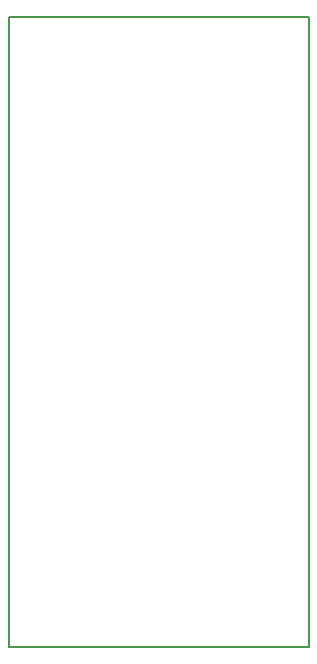
<source format=gm1>
G04 #@! TF.GenerationSoftware,KiCad,Pcbnew,5.0.0-rc2-unknown-06ff563~65~ubuntu18.04.1*
G04 #@! TF.CreationDate,2018-06-29T13:07:05+02:00*
G04 #@! TF.ProjectId,raspi3-4xMCP2517FD,7261737069332D34784D435032353137,rev?*
G04 #@! TF.SameCoordinates,Original*
G04 #@! TF.FileFunction,Profile,NP*
%FSLAX46Y46*%
G04 Gerber Fmt 4.6, Leading zero omitted, Abs format (unit mm)*
G04 Created by KiCad (PCBNEW 5.0.0-rc2-unknown-06ff563~65~ubuntu18.04.1) date Fri Jun 29 13:07:05 2018*
%MOMM*%
%LPD*%
G01*
G04 APERTURE LIST*
%ADD10C,0.200000*%
G04 APERTURE END LIST*
D10*
X106680000Y-22860000D02*
X106680000Y-76200000D01*
X81280000Y-22860000D02*
X106680000Y-22860000D01*
X81280000Y-76200000D02*
X81280000Y-22860000D01*
X106680000Y-76200000D02*
X81280000Y-76200000D01*
M02*

</source>
